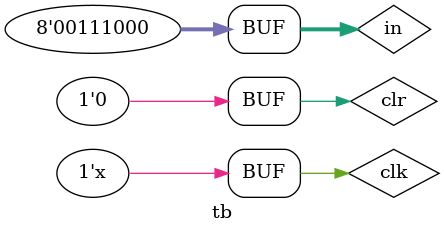
<source format=v>
`timescale 1ns / 1ps


module tb;

	// Inputs
	reg clk;
	reg clr;
	reg [7:0] in;

	// Outputs
	wire out;

	// Instantiate the Unit Under Test (UUT)
	expr uut (
		.clk(clk), 
		.clr(clr), 
		.in(in), 
		.out(out)
	);

	initial begin
		// Initialize Inputs
		clk = 0;
		clr = 0;
		in = 0;

		// Wait 100 ns for global reset to finish
		#100;
        
		// Add stimulus here
		clr = 1;
		#10;
		clr = 0;

		in = "1";
		#10;

		in = "+";
		#10;

		in = "2";
		#10;

		in = "*";
		#10;

		in = "3";
		#10;

		in = "1";
		#10;
		in = "1";
		#10;

		clr = 1;
		#20;

		clr = 0;
		in = "9";
		#10;
		in = "*";
		#10;
		in = "8";

	end

	always #5 clk = ~clk;
      
endmodule


</source>
